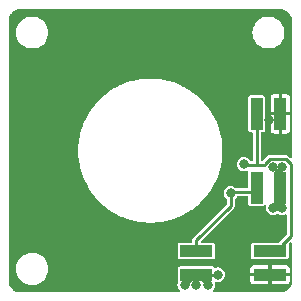
<source format=gbl>
G04 #@! TF.GenerationSoftware,KiCad,Pcbnew,7.0.8-7.0.8~ubuntu23.04.1*
G04 #@! TF.CreationDate,2023-10-20T09:27:14+00:00*
G04 #@! TF.ProjectId,pedalboard-led-ring,70656461-6c62-46f6-9172-642d6c65642d,1.0.0*
G04 #@! TF.SameCoordinates,Original*
G04 #@! TF.FileFunction,Copper,L2,Bot*
G04 #@! TF.FilePolarity,Positive*
%FSLAX46Y46*%
G04 Gerber Fmt 4.6, Leading zero omitted, Abs format (unit mm)*
G04 Created by KiCad (PCBNEW 7.0.8-7.0.8~ubuntu23.04.1) date 2023-10-20 09:27:14*
%MOMM*%
%LPD*%
G01*
G04 APERTURE LIST*
G04 #@! TA.AperFunction,SMDPad,CuDef*
%ADD10R,1.000000X2.750000*%
G04 #@! TD*
G04 #@! TA.AperFunction,SMDPad,CuDef*
%ADD11R,2.750000X1.000000*%
G04 #@! TD*
G04 #@! TA.AperFunction,ViaPad*
%ADD12C,0.800000*%
G04 #@! TD*
G04 #@! TA.AperFunction,Conductor*
%ADD13C,0.250000*%
G04 #@! TD*
G04 APERTURE END LIST*
D10*
X91000000Y-56875000D03*
X91000000Y-63125000D03*
X89000000Y-56875000D03*
X89000000Y-63125000D03*
D11*
X90125000Y-70500000D03*
X83875000Y-70500000D03*
X90125000Y-68500000D03*
X83875000Y-68500000D03*
D12*
X86800000Y-63600000D03*
X74000000Y-52000000D03*
X70071797Y-61196152D03*
X76071797Y-69196152D03*
X90079502Y-57365000D03*
X81196152Y-69928203D03*
X83928203Y-50803848D03*
X72000000Y-66000000D03*
X86000000Y-67940000D03*
X70803848Y-56071797D03*
X88000000Y-54000000D03*
X88260000Y-66020000D03*
X78803848Y-50071797D03*
X90400000Y-61400000D03*
X82900000Y-71400000D03*
X91150000Y-61400000D03*
X91150000Y-64850000D03*
X90400000Y-64850000D03*
X84900000Y-71400000D03*
X85700000Y-70500000D03*
X83900000Y-71400000D03*
X87910000Y-61150000D03*
D13*
X88625000Y-63500000D02*
X86900000Y-63500000D01*
X86800000Y-64680000D02*
X83875000Y-67605000D01*
X86900000Y-63500000D02*
X86800000Y-63600000D01*
X83875000Y-67605000D02*
X83875000Y-68500000D01*
X86800000Y-63600000D02*
X86800000Y-64680000D01*
X91000000Y-64250000D02*
X90400000Y-64850000D01*
X91000000Y-64700000D02*
X91150000Y-64850000D01*
X91100000Y-64900000D02*
X90400000Y-64900000D01*
X83800000Y-70500000D02*
X82900000Y-71400000D01*
X91000000Y-63125000D02*
X91000000Y-61550000D01*
X83875000Y-70500000D02*
X85700000Y-70500000D01*
X83875000Y-70500000D02*
X83875000Y-71375000D01*
X91000000Y-62000000D02*
X90400000Y-61400000D01*
X91000000Y-61550000D02*
X91150000Y-61400000D01*
X84000000Y-70500000D02*
X84900000Y-71400000D01*
X83875000Y-71375000D02*
X83900000Y-71400000D01*
X91000000Y-63125000D02*
X91000000Y-64700000D01*
X91875000Y-61127979D02*
X91875000Y-67250000D01*
X89695000Y-61200000D02*
X89695000Y-61107979D01*
X90107979Y-60695000D02*
X91442021Y-60695000D01*
X91875000Y-67250000D02*
X91125000Y-68000000D01*
X89695000Y-61107979D02*
X90107979Y-60695000D01*
X91442021Y-60695000D02*
X91875000Y-61127979D01*
X87910000Y-61200000D02*
X89695000Y-61200000D01*
X89000000Y-61200000D02*
X89000000Y-56875000D01*
G04 #@! TA.AperFunction,Conductor*
G36*
X91002140Y-48000687D02*
G01*
X91045519Y-48004482D01*
X91173804Y-48017118D01*
X91189710Y-48020012D01*
X91258339Y-48038400D01*
X91353264Y-48067196D01*
X91366359Y-48072207D01*
X91435690Y-48104536D01*
X91438085Y-48105733D01*
X91522989Y-48151115D01*
X91528052Y-48154225D01*
X91595221Y-48201258D01*
X91598233Y-48203543D01*
X91632865Y-48231964D01*
X91671280Y-48263491D01*
X91674877Y-48266751D01*
X91733247Y-48325121D01*
X91736512Y-48328723D01*
X91796455Y-48401765D01*
X91798740Y-48404777D01*
X91845773Y-48471946D01*
X91848883Y-48477009D01*
X91894255Y-48561893D01*
X91895462Y-48564308D01*
X91927791Y-48633639D01*
X91932804Y-48646739D01*
X91949347Y-48701271D01*
X91961601Y-48741669D01*
X91967560Y-48763909D01*
X91979985Y-48810284D01*
X91982881Y-48826201D01*
X91995523Y-48954554D01*
X91999311Y-48997844D01*
X91999500Y-49002161D01*
X91999500Y-60553145D01*
X91980593Y-60611336D01*
X91931093Y-60647300D01*
X91869907Y-60647300D01*
X91830496Y-60623149D01*
X91683762Y-60476414D01*
X91680843Y-60473229D01*
X91654477Y-60441806D01*
X91631839Y-60428736D01*
X91618939Y-60421288D01*
X91615304Y-60418972D01*
X91581705Y-60395446D01*
X91581700Y-60395443D01*
X91580245Y-60395054D01*
X91556369Y-60385164D01*
X91555066Y-60384411D01*
X91514673Y-60377289D01*
X91510457Y-60376354D01*
X91484174Y-60369312D01*
X91470828Y-60365736D01*
X91470827Y-60365736D01*
X91466402Y-60366123D01*
X91429947Y-60369312D01*
X91425647Y-60369500D01*
X90124354Y-60369500D01*
X90120053Y-60369312D01*
X90079173Y-60365736D01*
X90039543Y-60376354D01*
X90035327Y-60377289D01*
X89994935Y-60384411D01*
X89994927Y-60384414D01*
X89993619Y-60385170D01*
X89969765Y-60395051D01*
X89968303Y-60395442D01*
X89968295Y-60395446D01*
X89934695Y-60418972D01*
X89931059Y-60421288D01*
X89922854Y-60426025D01*
X89895524Y-60441805D01*
X89869160Y-60473224D01*
X89866242Y-60476408D01*
X89497148Y-60845503D01*
X89442631Y-60873281D01*
X89427144Y-60874500D01*
X89424500Y-60874500D01*
X89366309Y-60855593D01*
X89330345Y-60806093D01*
X89325500Y-60775500D01*
X89325500Y-58549500D01*
X89344407Y-58491309D01*
X89393907Y-58455345D01*
X89424500Y-58450500D01*
X89519747Y-58450500D01*
X89519748Y-58450500D01*
X89578231Y-58438867D01*
X89644552Y-58394552D01*
X89688867Y-58328231D01*
X89695519Y-58294791D01*
X90200001Y-58294791D01*
X90202909Y-58319874D01*
X90248213Y-58422477D01*
X90327522Y-58501786D01*
X90430127Y-58547090D01*
X90455203Y-58549999D01*
X90849998Y-58549999D01*
X90850000Y-58549998D01*
X91150000Y-58549998D01*
X91150001Y-58549999D01*
X91544790Y-58549999D01*
X91544791Y-58549998D01*
X91569874Y-58547090D01*
X91672477Y-58501786D01*
X91751786Y-58422477D01*
X91797090Y-58319872D01*
X91799999Y-58294797D01*
X91800000Y-58294795D01*
X91800000Y-57025001D01*
X91799999Y-57025000D01*
X91150001Y-57025000D01*
X91150000Y-57025001D01*
X91150000Y-58549998D01*
X90850000Y-58549998D01*
X90850000Y-57025001D01*
X90849999Y-57025000D01*
X90200002Y-57025000D01*
X90200001Y-57025001D01*
X90200001Y-58294791D01*
X89695519Y-58294791D01*
X89700500Y-58269748D01*
X89700500Y-56724999D01*
X90200000Y-56724999D01*
X90200001Y-56725000D01*
X90849999Y-56725000D01*
X90850000Y-56724999D01*
X91150000Y-56724999D01*
X91150001Y-56725000D01*
X91799998Y-56725000D01*
X91799999Y-56724999D01*
X91799999Y-55455210D01*
X91799998Y-55455208D01*
X91797090Y-55430125D01*
X91751786Y-55327522D01*
X91672477Y-55248213D01*
X91569872Y-55202909D01*
X91544797Y-55200000D01*
X91150001Y-55200000D01*
X91150000Y-55200001D01*
X91150000Y-56724999D01*
X90850000Y-56724999D01*
X90850000Y-55200001D01*
X90849999Y-55200000D01*
X90455210Y-55200000D01*
X90455207Y-55200001D01*
X90430125Y-55202909D01*
X90327522Y-55248213D01*
X90248213Y-55327522D01*
X90202909Y-55430127D01*
X90200000Y-55455202D01*
X90200000Y-56724999D01*
X89700500Y-56724999D01*
X89700500Y-55480252D01*
X89688867Y-55421769D01*
X89644552Y-55355448D01*
X89644548Y-55355445D01*
X89578233Y-55311134D01*
X89578231Y-55311133D01*
X89578228Y-55311132D01*
X89578227Y-55311132D01*
X89519758Y-55299501D01*
X89519748Y-55299500D01*
X88480252Y-55299500D01*
X88480251Y-55299500D01*
X88480241Y-55299501D01*
X88421772Y-55311132D01*
X88421766Y-55311134D01*
X88355451Y-55355445D01*
X88355445Y-55355451D01*
X88311134Y-55421766D01*
X88311132Y-55421772D01*
X88299501Y-55480241D01*
X88299500Y-55480253D01*
X88299500Y-58269746D01*
X88299501Y-58269758D01*
X88311132Y-58328227D01*
X88311134Y-58328233D01*
X88355445Y-58394548D01*
X88355448Y-58394552D01*
X88421769Y-58438867D01*
X88466231Y-58447711D01*
X88480241Y-58450498D01*
X88480246Y-58450498D01*
X88480252Y-58450500D01*
X88575500Y-58450500D01*
X88633691Y-58469407D01*
X88669655Y-58518907D01*
X88674500Y-58549500D01*
X88674500Y-60775500D01*
X88655593Y-60833691D01*
X88606093Y-60869655D01*
X88575500Y-60874500D01*
X88504336Y-60874500D01*
X88446145Y-60855593D01*
X88425796Y-60835769D01*
X88338282Y-60721718D01*
X88338277Y-60721714D01*
X88338276Y-60721713D01*
X88212838Y-60625462D01*
X88066766Y-60564957D01*
X88066758Y-60564955D01*
X87910001Y-60544318D01*
X87909999Y-60544318D01*
X87753241Y-60564955D01*
X87753233Y-60564957D01*
X87607161Y-60625462D01*
X87607160Y-60625462D01*
X87481723Y-60721713D01*
X87481713Y-60721723D01*
X87385462Y-60847160D01*
X87385462Y-60847161D01*
X87324957Y-60993233D01*
X87324955Y-60993241D01*
X87304318Y-61149999D01*
X87304318Y-61150000D01*
X87324955Y-61306758D01*
X87324957Y-61306766D01*
X87385462Y-61452838D01*
X87385462Y-61452839D01*
X87465205Y-61556762D01*
X87481718Y-61578282D01*
X87607159Y-61674536D01*
X87607160Y-61674536D01*
X87607161Y-61674537D01*
X87688614Y-61708276D01*
X87753238Y-61735044D01*
X87870809Y-61750522D01*
X87909999Y-61755682D01*
X87910000Y-61755682D01*
X87910001Y-61755682D01*
X87941352Y-61751554D01*
X88066762Y-61735044D01*
X88162616Y-61695339D01*
X88223611Y-61690539D01*
X88275780Y-61722508D01*
X88299195Y-61779036D01*
X88299500Y-61786804D01*
X88299500Y-63075500D01*
X88280593Y-63133691D01*
X88231093Y-63169655D01*
X88200500Y-63174500D01*
X87265514Y-63174500D01*
X87207323Y-63155593D01*
X87205247Y-63154042D01*
X87102838Y-63075462D01*
X86956766Y-63014957D01*
X86956758Y-63014955D01*
X86800001Y-62994318D01*
X86799999Y-62994318D01*
X86643241Y-63014955D01*
X86643233Y-63014957D01*
X86497161Y-63075462D01*
X86497160Y-63075462D01*
X86371723Y-63171713D01*
X86371713Y-63171723D01*
X86275462Y-63297160D01*
X86275462Y-63297161D01*
X86214957Y-63443233D01*
X86214955Y-63443241D01*
X86194318Y-63599999D01*
X86194318Y-63600000D01*
X86214955Y-63756758D01*
X86214957Y-63756766D01*
X86275462Y-63902838D01*
X86275462Y-63902839D01*
X86275464Y-63902841D01*
X86371718Y-64028282D01*
X86398280Y-64048664D01*
X86435767Y-64077428D01*
X86470423Y-64127852D01*
X86474500Y-64155970D01*
X86474500Y-64504165D01*
X86455593Y-64562356D01*
X86445504Y-64574169D01*
X83656413Y-67363259D01*
X83653228Y-67366176D01*
X83621807Y-67392542D01*
X83621806Y-67392544D01*
X83601292Y-67428075D01*
X83598972Y-67431716D01*
X83575446Y-67465316D01*
X83575442Y-67465324D01*
X83575051Y-67466786D01*
X83565170Y-67490640D01*
X83564414Y-67491948D01*
X83564410Y-67491960D01*
X83557287Y-67532349D01*
X83556353Y-67536564D01*
X83545736Y-67576187D01*
X83545736Y-67576193D01*
X83549312Y-67617072D01*
X83549500Y-67621373D01*
X83549500Y-67700500D01*
X83530593Y-67758691D01*
X83481093Y-67794655D01*
X83450500Y-67799500D01*
X82480252Y-67799500D01*
X82480251Y-67799500D01*
X82480241Y-67799501D01*
X82421772Y-67811132D01*
X82421766Y-67811134D01*
X82355451Y-67855445D01*
X82355445Y-67855451D01*
X82311134Y-67921766D01*
X82311132Y-67921772D01*
X82299501Y-67980241D01*
X82299500Y-67980253D01*
X82299500Y-69019746D01*
X82299501Y-69019758D01*
X82311132Y-69078227D01*
X82311133Y-69078231D01*
X82355448Y-69144552D01*
X82421769Y-69188867D01*
X82466231Y-69197711D01*
X82480241Y-69200498D01*
X82480246Y-69200498D01*
X82480252Y-69200500D01*
X82480253Y-69200500D01*
X85269747Y-69200500D01*
X85269748Y-69200500D01*
X85328231Y-69188867D01*
X85394552Y-69144552D01*
X85438867Y-69078231D01*
X85450500Y-69019748D01*
X85450500Y-67980252D01*
X85438867Y-67921769D01*
X85394552Y-67855448D01*
X85348736Y-67824834D01*
X85328233Y-67811134D01*
X85328231Y-67811133D01*
X85328228Y-67811132D01*
X85328227Y-67811132D01*
X85269758Y-67799501D01*
X85269748Y-67799500D01*
X85269747Y-67799500D01*
X84379834Y-67799500D01*
X84321643Y-67780593D01*
X84285679Y-67731093D01*
X84285679Y-67669907D01*
X84309830Y-67630496D01*
X87018583Y-64921742D01*
X87021760Y-64918829D01*
X87053194Y-64892455D01*
X87073714Y-64856911D01*
X87076012Y-64853303D01*
X87099554Y-64819684D01*
X87099942Y-64818236D01*
X87109838Y-64794345D01*
X87110588Y-64793045D01*
X87117709Y-64752656D01*
X87118640Y-64748452D01*
X87129264Y-64708807D01*
X87125687Y-64667922D01*
X87125500Y-64663623D01*
X87125500Y-64155970D01*
X87144407Y-64097779D01*
X87164233Y-64077428D01*
X87228282Y-64028282D01*
X87324536Y-63902841D01*
X87331258Y-63886613D01*
X87370996Y-63840088D01*
X87422722Y-63825500D01*
X88200500Y-63825500D01*
X88258691Y-63844407D01*
X88294655Y-63893907D01*
X88299500Y-63924500D01*
X88299500Y-64519746D01*
X88299501Y-64519758D01*
X88311132Y-64578227D01*
X88311134Y-64578233D01*
X88355445Y-64644548D01*
X88355448Y-64644552D01*
X88421769Y-64688867D01*
X88466231Y-64697711D01*
X88480241Y-64700498D01*
X88480246Y-64700498D01*
X88480252Y-64700500D01*
X88480253Y-64700500D01*
X89519747Y-64700500D01*
X89519748Y-64700500D01*
X89578231Y-64688867D01*
X89644552Y-64644552D01*
X89644552Y-64644551D01*
X89652659Y-64639135D01*
X89653937Y-64641048D01*
X89696454Y-64619379D01*
X89756887Y-64628943D01*
X89800156Y-64672203D01*
X89810105Y-64730080D01*
X89794318Y-64849999D01*
X89794318Y-64850000D01*
X89814955Y-65006758D01*
X89814957Y-65006766D01*
X89875462Y-65152838D01*
X89875462Y-65152839D01*
X89875464Y-65152841D01*
X89971718Y-65278282D01*
X90097159Y-65374536D01*
X90097160Y-65374536D01*
X90097161Y-65374537D01*
X90167021Y-65403474D01*
X90243238Y-65435044D01*
X90360809Y-65450522D01*
X90399999Y-65455682D01*
X90400000Y-65455682D01*
X90400001Y-65455682D01*
X90431352Y-65451554D01*
X90556762Y-65435044D01*
X90702841Y-65374536D01*
X90714731Y-65365411D01*
X90772407Y-65344987D01*
X90831073Y-65362363D01*
X90835258Y-65365404D01*
X90847159Y-65374536D01*
X90847160Y-65374536D01*
X90847161Y-65374537D01*
X90917021Y-65403474D01*
X90993238Y-65435044D01*
X91110809Y-65450522D01*
X91149999Y-65455682D01*
X91150000Y-65455682D01*
X91150001Y-65455682D01*
X91181352Y-65451554D01*
X91306762Y-65435044D01*
X91412615Y-65391197D01*
X91473611Y-65386397D01*
X91525780Y-65418366D01*
X91549195Y-65474894D01*
X91549500Y-65482662D01*
X91549500Y-67074165D01*
X91530593Y-67132356D01*
X91520504Y-67144169D01*
X90894170Y-67770504D01*
X90839653Y-67798281D01*
X90824166Y-67799500D01*
X88730252Y-67799500D01*
X88730251Y-67799500D01*
X88730241Y-67799501D01*
X88671772Y-67811132D01*
X88671766Y-67811134D01*
X88605451Y-67855445D01*
X88605445Y-67855451D01*
X88561134Y-67921766D01*
X88561132Y-67921772D01*
X88549501Y-67980241D01*
X88549500Y-67980253D01*
X88549500Y-69019746D01*
X88549501Y-69019758D01*
X88561132Y-69078227D01*
X88561133Y-69078231D01*
X88605448Y-69144552D01*
X88671769Y-69188867D01*
X88716231Y-69197711D01*
X88730241Y-69200498D01*
X88730246Y-69200498D01*
X88730252Y-69200500D01*
X88730253Y-69200500D01*
X91519747Y-69200500D01*
X91519748Y-69200500D01*
X91578231Y-69188867D01*
X91644552Y-69144552D01*
X91688867Y-69078231D01*
X91700500Y-69019748D01*
X91700500Y-67980252D01*
X91694992Y-67952559D01*
X91702182Y-67891798D01*
X91722086Y-67863240D01*
X91830497Y-67754830D01*
X91885013Y-67727053D01*
X91945445Y-67736625D01*
X91988710Y-67779889D01*
X91999500Y-67824834D01*
X91999500Y-70997838D01*
X91999311Y-71002155D01*
X91997623Y-71021448D01*
X91978058Y-71067536D01*
X91987060Y-71083017D01*
X91988810Y-71113603D01*
X91982881Y-71173797D01*
X91979985Y-71189713D01*
X91964881Y-71246088D01*
X91961613Y-71258290D01*
X91961602Y-71258330D01*
X91932804Y-71353259D01*
X91927791Y-71366359D01*
X91895462Y-71435690D01*
X91894255Y-71438105D01*
X91848883Y-71522989D01*
X91845773Y-71528052D01*
X91798740Y-71595221D01*
X91796455Y-71598233D01*
X91736512Y-71671275D01*
X91733247Y-71674877D01*
X91674877Y-71733247D01*
X91671275Y-71736512D01*
X91598233Y-71796455D01*
X91595221Y-71798740D01*
X91528052Y-71845773D01*
X91522989Y-71848883D01*
X91438105Y-71894255D01*
X91435690Y-71895462D01*
X91366359Y-71927791D01*
X91353259Y-71932804D01*
X91277827Y-71955687D01*
X91258325Y-71961602D01*
X91251144Y-71963526D01*
X91189713Y-71979985D01*
X91173797Y-71982881D01*
X91045446Y-71995523D01*
X91002155Y-71999311D01*
X90997838Y-71999500D01*
X85396071Y-71999500D01*
X85337880Y-71980593D01*
X85301916Y-71931093D01*
X85301916Y-71869907D01*
X85326067Y-71830496D01*
X85328273Y-71828288D01*
X85328282Y-71828282D01*
X85424536Y-71702841D01*
X85485044Y-71556762D01*
X85505682Y-71400000D01*
X85485044Y-71243238D01*
X85478001Y-71226236D01*
X85473200Y-71165243D01*
X85505168Y-71113073D01*
X85561695Y-71089656D01*
X85582387Y-71090198D01*
X85699999Y-71105682D01*
X85700000Y-71105682D01*
X85700001Y-71105682D01*
X85752927Y-71098714D01*
X85856762Y-71085044D01*
X85953941Y-71044791D01*
X88450001Y-71044791D01*
X88452909Y-71069874D01*
X88498213Y-71172477D01*
X88577522Y-71251786D01*
X88680127Y-71297090D01*
X88705203Y-71299999D01*
X89974998Y-71299999D01*
X89975000Y-71299998D01*
X90275000Y-71299998D01*
X90275001Y-71299999D01*
X91544790Y-71299999D01*
X91544791Y-71299998D01*
X91569874Y-71297090D01*
X91672477Y-71251786D01*
X91751787Y-71172476D01*
X91799722Y-71063912D01*
X91810751Y-71051586D01*
X91800000Y-71012817D01*
X91800000Y-70650001D01*
X91799999Y-70650000D01*
X90275001Y-70650000D01*
X90275000Y-70650001D01*
X90275000Y-71299998D01*
X89975000Y-71299998D01*
X89975000Y-70650001D01*
X89974999Y-70650000D01*
X88450002Y-70650000D01*
X88450001Y-70650001D01*
X88450001Y-71044791D01*
X85953941Y-71044791D01*
X86002841Y-71024536D01*
X86128282Y-70928282D01*
X86224536Y-70802841D01*
X86285044Y-70656762D01*
X86305682Y-70500000D01*
X86285934Y-70349999D01*
X88450000Y-70349999D01*
X88450001Y-70350000D01*
X89974999Y-70350000D01*
X89975000Y-70349999D01*
X90275000Y-70349999D01*
X90275001Y-70350000D01*
X91799998Y-70350000D01*
X91799999Y-70349999D01*
X91799999Y-69955210D01*
X91799998Y-69955208D01*
X91797090Y-69930125D01*
X91751786Y-69827522D01*
X91672477Y-69748213D01*
X91569872Y-69702909D01*
X91544797Y-69700000D01*
X90275001Y-69700000D01*
X90275000Y-69700001D01*
X90275000Y-70349999D01*
X89975000Y-70349999D01*
X89975000Y-69700001D01*
X89974999Y-69700000D01*
X88705210Y-69700000D01*
X88705208Y-69700001D01*
X88680125Y-69702909D01*
X88577522Y-69748213D01*
X88498213Y-69827522D01*
X88452909Y-69930127D01*
X88450000Y-69955202D01*
X88450000Y-70349999D01*
X86285934Y-70349999D01*
X86285044Y-70343238D01*
X86224537Y-70197161D01*
X86224537Y-70197160D01*
X86128286Y-70071723D01*
X86128285Y-70071722D01*
X86128282Y-70071718D01*
X86128277Y-70071714D01*
X86128276Y-70071713D01*
X86034817Y-70000000D01*
X86002841Y-69975464D01*
X86002840Y-69975463D01*
X86002838Y-69975462D01*
X85856766Y-69914957D01*
X85856758Y-69914955D01*
X85700001Y-69894318D01*
X85699999Y-69894318D01*
X85543238Y-69914955D01*
X85543238Y-69914956D01*
X85532984Y-69919203D01*
X85471987Y-69924001D01*
X85419820Y-69892029D01*
X85412788Y-69882740D01*
X85394552Y-69855448D01*
X85394548Y-69855445D01*
X85328233Y-69811134D01*
X85328231Y-69811133D01*
X85328228Y-69811132D01*
X85328227Y-69811132D01*
X85269758Y-69799501D01*
X85269748Y-69799500D01*
X82480252Y-69799500D01*
X82480251Y-69799500D01*
X82480241Y-69799501D01*
X82421772Y-69811132D01*
X82421766Y-69811134D01*
X82355451Y-69855445D01*
X82355445Y-69855451D01*
X82311134Y-69921766D01*
X82311132Y-69921772D01*
X82299501Y-69980241D01*
X82299500Y-69980253D01*
X82299500Y-71019746D01*
X82299501Y-71019758D01*
X82311132Y-71078227D01*
X82311134Y-71078233D01*
X82326286Y-71100909D01*
X82342895Y-71159797D01*
X82335436Y-71193791D01*
X82314957Y-71243236D01*
X82314955Y-71243241D01*
X82294318Y-71399999D01*
X82294318Y-71400000D01*
X82314955Y-71556758D01*
X82314957Y-71556766D01*
X82375462Y-71702838D01*
X82375462Y-71702839D01*
X82471713Y-71828276D01*
X82471718Y-71828282D01*
X82471722Y-71828285D01*
X82473933Y-71830496D01*
X82474953Y-71832498D01*
X82475668Y-71833430D01*
X82475495Y-71833562D01*
X82501710Y-71885013D01*
X82492139Y-71945445D01*
X82448874Y-71988710D01*
X82403929Y-71999500D01*
X69002162Y-71999500D01*
X68997845Y-71999311D01*
X68954554Y-71995523D01*
X68826201Y-71982881D01*
X68810284Y-71979985D01*
X68763909Y-71967560D01*
X68741669Y-71961601D01*
X68701271Y-71949347D01*
X68646739Y-71932804D01*
X68633639Y-71927791D01*
X68564308Y-71895462D01*
X68561893Y-71894255D01*
X68477009Y-71848883D01*
X68471946Y-71845773D01*
X68404777Y-71798740D01*
X68401765Y-71796455D01*
X68328723Y-71736512D01*
X68325121Y-71733247D01*
X68266751Y-71674877D01*
X68263486Y-71671275D01*
X68203543Y-71598233D01*
X68201258Y-71595221D01*
X68174328Y-71556762D01*
X68154222Y-71528048D01*
X68151115Y-71522989D01*
X68105733Y-71438085D01*
X68104536Y-71435690D01*
X68072207Y-71366359D01*
X68067194Y-71353259D01*
X68038398Y-71258330D01*
X68020012Y-71189710D01*
X68017118Y-71173804D01*
X68004482Y-71045519D01*
X68000687Y-71002140D01*
X68000500Y-70997840D01*
X68000500Y-70000004D01*
X68644341Y-70000004D01*
X68664935Y-70235400D01*
X68726098Y-70463667D01*
X68825959Y-70677818D01*
X68825963Y-70677826D01*
X68913497Y-70802839D01*
X68961505Y-70871401D01*
X69128599Y-71038495D01*
X69128602Y-71038497D01*
X69128603Y-71038498D01*
X69138522Y-71045443D01*
X69322171Y-71174035D01*
X69322172Y-71174035D01*
X69322173Y-71174036D01*
X69322181Y-71174040D01*
X69536333Y-71273901D01*
X69536337Y-71273903D01*
X69764592Y-71335063D01*
X69764596Y-71335063D01*
X69764599Y-71335064D01*
X69941028Y-71350500D01*
X69941034Y-71350500D01*
X70058972Y-71350500D01*
X70235400Y-71335064D01*
X70235401Y-71335063D01*
X70235408Y-71335063D01*
X70463663Y-71273903D01*
X70677829Y-71174035D01*
X70871401Y-71038495D01*
X71038495Y-70871401D01*
X71174035Y-70677830D01*
X71273903Y-70463663D01*
X71335063Y-70235408D01*
X71335064Y-70235400D01*
X71355659Y-70000004D01*
X71355659Y-69999995D01*
X71335064Y-69764599D01*
X71335063Y-69764596D01*
X71335063Y-69764592D01*
X71273903Y-69536337D01*
X71174035Y-69322171D01*
X71049667Y-69144554D01*
X71038498Y-69128603D01*
X71038497Y-69128602D01*
X71038495Y-69128599D01*
X70871401Y-68961505D01*
X70871397Y-68961502D01*
X70871396Y-68961501D01*
X70677826Y-68825963D01*
X70677818Y-68825959D01*
X70463666Y-68726098D01*
X70463667Y-68726098D01*
X70387578Y-68705710D01*
X70235408Y-68664937D01*
X70235407Y-68664936D01*
X70235400Y-68664935D01*
X70058972Y-68649500D01*
X70058966Y-68649500D01*
X69941034Y-68649500D01*
X69941028Y-68649500D01*
X69764599Y-68664935D01*
X69536332Y-68726098D01*
X69322181Y-68825959D01*
X69322173Y-68825963D01*
X69128603Y-68961501D01*
X68961501Y-69128603D01*
X68825964Y-69322171D01*
X68726097Y-69536337D01*
X68664935Y-69764599D01*
X68644341Y-69999995D01*
X68644341Y-70000004D01*
X68000500Y-70000004D01*
X68000500Y-60000000D01*
X73894548Y-60000000D01*
X73901815Y-60180342D01*
X73902474Y-60196682D01*
X73902474Y-60245717D01*
X73906420Y-60294603D01*
X73914346Y-60491285D01*
X73914346Y-60491291D01*
X73914347Y-60491296D01*
X73938070Y-60686674D01*
X73942019Y-60735580D01*
X73942019Y-60735581D01*
X73949887Y-60783992D01*
X73973611Y-60979379D01*
X74012985Y-61172247D01*
X74020851Y-61220647D01*
X74032587Y-61268263D01*
X74040446Y-61306758D01*
X74071959Y-61461122D01*
X74071962Y-61461134D01*
X74126726Y-61650203D01*
X74138462Y-61697816D01*
X74153990Y-61744329D01*
X74177513Y-61825539D01*
X74208756Y-61933401D01*
X74208759Y-61933410D01*
X74208760Y-61933412D01*
X74278549Y-62117432D01*
X74294087Y-62163970D01*
X74294087Y-62163971D01*
X74313317Y-62209105D01*
X74383106Y-62393124D01*
X74383110Y-62393133D01*
X74432892Y-62498047D01*
X74467486Y-62570953D01*
X74486717Y-62616088D01*
X74509513Y-62659523D01*
X74593892Y-62837347D01*
X74692298Y-63007792D01*
X74715104Y-63051244D01*
X74741325Y-63092710D01*
X74811630Y-63214480D01*
X74839733Y-63263155D01*
X74839736Y-63263159D01*
X74839737Y-63263161D01*
X74951538Y-63425132D01*
X74977767Y-63466610D01*
X75007230Y-63505817D01*
X75119041Y-63667803D01*
X75191674Y-63756762D01*
X75243523Y-63820266D01*
X75272992Y-63859482D01*
X75292162Y-63881120D01*
X75305518Y-63896197D01*
X75430001Y-64048661D01*
X75566359Y-64190625D01*
X75598877Y-64227330D01*
X75634250Y-64261307D01*
X75770602Y-64403264D01*
X75917921Y-64533778D01*
X75953310Y-64567769D01*
X75991304Y-64598789D01*
X76069358Y-64667939D01*
X76138634Y-64729313D01*
X76138634Y-64729312D01*
X76295981Y-64847551D01*
X76307462Y-64856925D01*
X76333985Y-64878580D01*
X76354086Y-64892455D01*
X76374358Y-64906447D01*
X76390826Y-64918822D01*
X76531704Y-65024686D01*
X76698058Y-65129882D01*
X76738435Y-65157752D01*
X76780916Y-65182278D01*
X76947274Y-65287477D01*
X77121564Y-65378951D01*
X77164038Y-65403474D01*
X77208356Y-65424503D01*
X77228436Y-65435042D01*
X77382632Y-65515970D01*
X77382631Y-65515970D01*
X77382637Y-65515972D01*
X77382638Y-65515973D01*
X77563717Y-65593123D01*
X77608033Y-65614152D01*
X77653903Y-65631548D01*
X77834977Y-65708697D01*
X77834981Y-65708698D01*
X77834982Y-65708699D01*
X77892391Y-65727864D01*
X78021697Y-65771033D01*
X78067541Y-65788420D01*
X78080332Y-65792125D01*
X78114653Y-65802067D01*
X78301349Y-65864395D01*
X78301350Y-65864395D01*
X78301353Y-65864395D01*
X78301357Y-65864397D01*
X78492471Y-65911502D01*
X78519988Y-65919473D01*
X78539584Y-65925150D01*
X78561493Y-65929622D01*
X78587649Y-65934962D01*
X78778753Y-65982065D01*
X78778755Y-65982065D01*
X78778758Y-65982066D01*
X78778757Y-65982066D01*
X78817338Y-65988335D01*
X78973054Y-66013641D01*
X79021094Y-66023450D01*
X79069777Y-66029360D01*
X79189161Y-66048762D01*
X79264071Y-66060937D01*
X79315638Y-66065099D01*
X79460270Y-66076775D01*
X79508955Y-66082687D01*
X79557952Y-66084660D01*
X79754158Y-66100500D01*
X79754163Y-66100500D01*
X79950967Y-66100500D01*
X80000000Y-66102476D01*
X80049033Y-66100500D01*
X80245837Y-66100500D01*
X80245842Y-66100500D01*
X80442050Y-66084660D01*
X80491045Y-66082687D01*
X80539732Y-66076774D01*
X80683022Y-66065207D01*
X80735929Y-66060937D01*
X80819819Y-66047302D01*
X80930212Y-66029362D01*
X80978906Y-66023450D01*
X81026959Y-66013639D01*
X81221247Y-65982065D01*
X81412360Y-65934959D01*
X81441483Y-65929014D01*
X81460416Y-65925150D01*
X81475649Y-65920737D01*
X81507515Y-65911505D01*
X81698643Y-65864397D01*
X81698646Y-65864395D01*
X81698650Y-65864395D01*
X81698651Y-65864395D01*
X81763570Y-65842721D01*
X81885369Y-65802058D01*
X81895469Y-65799134D01*
X81932448Y-65788424D01*
X81932459Y-65788420D01*
X81978308Y-65771031D01*
X82107444Y-65727919D01*
X82165018Y-65708699D01*
X82165018Y-65708698D01*
X82165023Y-65708697D01*
X82346113Y-65631541D01*
X82381359Y-65618174D01*
X82391968Y-65614152D01*
X82407583Y-65606742D01*
X82436278Y-65593125D01*
X82617362Y-65515973D01*
X82617362Y-65515972D01*
X82617369Y-65515970D01*
X82617368Y-65515970D01*
X82791657Y-65424496D01*
X82835962Y-65403474D01*
X82878424Y-65378957D01*
X83052726Y-65287477D01*
X83219100Y-65182267D01*
X83261565Y-65157752D01*
X83301942Y-65129882D01*
X83468301Y-65024682D01*
X83511665Y-64992095D01*
X83625653Y-64906438D01*
X83666015Y-64878580D01*
X83666014Y-64878580D01*
X83666018Y-64878578D01*
X83682894Y-64864798D01*
X83704002Y-64847562D01*
X83861365Y-64729313D01*
X83861366Y-64729312D01*
X83861366Y-64729313D01*
X83907021Y-64688865D01*
X84008698Y-64598786D01*
X84035563Y-64576854D01*
X84046686Y-64567773D01*
X84046685Y-64567773D01*
X84046690Y-64567769D01*
X84082053Y-64533800D01*
X84229395Y-64403267D01*
X84229397Y-64403265D01*
X84229398Y-64403265D01*
X84322042Y-64306810D01*
X84365755Y-64261300D01*
X84394500Y-64233692D01*
X84401118Y-64227336D01*
X84411053Y-64216120D01*
X84433625Y-64190640D01*
X84569996Y-64048664D01*
X84569995Y-64048664D01*
X84569999Y-64048661D01*
X84671373Y-63924500D01*
X84694484Y-63896192D01*
X84727009Y-63859481D01*
X84727009Y-63859482D01*
X84738336Y-63844407D01*
X84756470Y-63820273D01*
X84880959Y-63667803D01*
X84992771Y-63505813D01*
X85022239Y-63466601D01*
X85048462Y-63425132D01*
X85117780Y-63324707D01*
X85160269Y-63263153D01*
X85189939Y-63211760D01*
X85258681Y-63092696D01*
X85275394Y-63066268D01*
X85284901Y-63051236D01*
X85307701Y-63007792D01*
X85315480Y-62994318D01*
X85406109Y-62837345D01*
X85407422Y-62834579D01*
X85414887Y-62818844D01*
X85490498Y-62659498D01*
X85513284Y-62616086D01*
X85513286Y-62616082D01*
X85513286Y-62616083D01*
X85532513Y-62570953D01*
X85616890Y-62393133D01*
X85686689Y-62209087D01*
X85705914Y-62163968D01*
X85721438Y-62117461D01*
X85768850Y-61992450D01*
X85791245Y-61933401D01*
X85808802Y-61872780D01*
X85846013Y-61744313D01*
X85861538Y-61697815D01*
X85873266Y-61650227D01*
X85928039Y-61461130D01*
X85928039Y-61461126D01*
X85928041Y-61461122D01*
X85928041Y-61461123D01*
X85939179Y-61406558D01*
X85967415Y-61268250D01*
X85979148Y-61220652D01*
X85987013Y-61172253D01*
X86026388Y-60979383D01*
X86050115Y-60783969D01*
X86057982Y-60735572D01*
X86061929Y-60686674D01*
X86085654Y-60491285D01*
X86093580Y-60294602D01*
X86097526Y-60245722D01*
X86098183Y-60180358D01*
X86105452Y-60000000D01*
X86098183Y-59819643D01*
X86097526Y-59754277D01*
X86097205Y-59750313D01*
X86093580Y-59705395D01*
X86085654Y-59508715D01*
X86061928Y-59313317D01*
X86057983Y-59264430D01*
X86053737Y-59238313D01*
X86050113Y-59216009D01*
X86026388Y-59020617D01*
X85987012Y-58827740D01*
X85979148Y-58779350D01*
X85967416Y-58731753D01*
X85930311Y-58549998D01*
X85928041Y-58538877D01*
X85928041Y-58538878D01*
X85928040Y-58538877D01*
X85922256Y-58518907D01*
X85873272Y-58349795D01*
X85861537Y-58302184D01*
X85861536Y-58302178D01*
X85861536Y-58302177D01*
X85846009Y-58255670D01*
X85791245Y-58066599D01*
X85721449Y-57882566D01*
X85705916Y-57836037D01*
X85705916Y-57836036D01*
X85701033Y-57824577D01*
X85686689Y-57790911D01*
X85642475Y-57674329D01*
X85616894Y-57606875D01*
X85616893Y-57606875D01*
X85616890Y-57606867D01*
X85532513Y-57429046D01*
X85513281Y-57383907D01*
X85513281Y-57383908D01*
X85490486Y-57340476D01*
X85406109Y-57162655D01*
X85307701Y-56992207D01*
X85284899Y-56948762D01*
X85258673Y-56907289D01*
X85160267Y-56736845D01*
X85048462Y-56574867D01*
X85030831Y-56546986D01*
X85022244Y-56533406D01*
X85022236Y-56533396D01*
X84992765Y-56494176D01*
X84880961Y-56332200D01*
X84756476Y-56179733D01*
X84727008Y-56140518D01*
X84706455Y-56117319D01*
X84694481Y-56103802D01*
X84569999Y-55951339D01*
X84433640Y-55809374D01*
X84401123Y-55772670D01*
X84401120Y-55772667D01*
X84365751Y-55738694D01*
X84365750Y-55738693D01*
X84229398Y-55596736D01*
X84082075Y-55466219D01*
X84046690Y-55432231D01*
X84008678Y-55401194D01*
X83924452Y-55326578D01*
X83861366Y-55270687D01*
X83861366Y-55270688D01*
X83861365Y-55270687D01*
X83767298Y-55200000D01*
X83704018Y-55152448D01*
X83666021Y-55121425D01*
X83666015Y-55121420D01*
X83625637Y-55093549D01*
X83468289Y-54975310D01*
X83468290Y-54975310D01*
X83301940Y-54870117D01*
X83261570Y-54842251D01*
X83219079Y-54817718D01*
X83118190Y-54753920D01*
X83052726Y-54712523D01*
X83052722Y-54712520D01*
X83052719Y-54712519D01*
X83052718Y-54712518D01*
X82878445Y-54621053D01*
X82862263Y-54611710D01*
X82835962Y-54596526D01*
X82835952Y-54596521D01*
X82835950Y-54596520D01*
X82791641Y-54575495D01*
X82617369Y-54484030D01*
X82617368Y-54484030D01*
X82617362Y-54484027D01*
X82436285Y-54406877D01*
X82417574Y-54397999D01*
X82391968Y-54385848D01*
X82391969Y-54385849D01*
X82391967Y-54385848D01*
X82346096Y-54368451D01*
X82308582Y-54352468D01*
X82165023Y-54291303D01*
X82165017Y-54291301D01*
X82165010Y-54291298D01*
X82165011Y-54291298D01*
X81978315Y-54228971D01*
X81932466Y-54211582D01*
X81932467Y-54211582D01*
X81885347Y-54197933D01*
X81698647Y-54135604D01*
X81507540Y-54088500D01*
X81460422Y-54074852D01*
X81460420Y-54074851D01*
X81460418Y-54074851D01*
X81412351Y-54065038D01*
X81360157Y-54052173D01*
X81221247Y-54017935D01*
X81221244Y-54017934D01*
X81221243Y-54017934D01*
X81026965Y-53986361D01*
X80978902Y-53976549D01*
X80930210Y-53970637D01*
X80735926Y-53939063D01*
X80539745Y-53923226D01*
X80491056Y-53917314D01*
X80491051Y-53917313D01*
X80491045Y-53917313D01*
X80469087Y-53916428D01*
X80442027Y-53915337D01*
X80328818Y-53906198D01*
X80245842Y-53899500D01*
X80049010Y-53899500D01*
X80000000Y-53897525D01*
X79950990Y-53899500D01*
X79754158Y-53899500D01*
X79680491Y-53905447D01*
X79557972Y-53915337D01*
X79531067Y-53916421D01*
X79508955Y-53917313D01*
X79508947Y-53917313D01*
X79508945Y-53917314D01*
X79508946Y-53917314D01*
X79460254Y-53923226D01*
X79264074Y-53939063D01*
X79069789Y-53970637D01*
X79021100Y-53976549D01*
X79021096Y-53976549D01*
X79021094Y-53976550D01*
X79005795Y-53979673D01*
X78973034Y-53986361D01*
X78778757Y-54017934D01*
X78778755Y-54017934D01*
X78778753Y-54017935D01*
X78755092Y-54023767D01*
X78587648Y-54065038D01*
X78558058Y-54071078D01*
X78539582Y-54074851D01*
X78539579Y-54074851D01*
X78539578Y-54074852D01*
X78492459Y-54088500D01*
X78301353Y-54135604D01*
X78114652Y-54197933D01*
X78067538Y-54211581D01*
X78021683Y-54228971D01*
X77834978Y-54291302D01*
X77834979Y-54291302D01*
X77653897Y-54368454D01*
X77608036Y-54385847D01*
X77608035Y-54385847D01*
X77563714Y-54406877D01*
X77461031Y-54450626D01*
X77382638Y-54484027D01*
X77382632Y-54484030D01*
X77382631Y-54484030D01*
X77208358Y-54575494D01*
X77164032Y-54596529D01*
X77164031Y-54596530D01*
X77121555Y-54621053D01*
X77029106Y-54669574D01*
X76947274Y-54712523D01*
X76947272Y-54712524D01*
X76780921Y-54817718D01*
X76738440Y-54842245D01*
X76738441Y-54842244D01*
X76698058Y-54870117D01*
X76531710Y-54975310D01*
X76531711Y-54975310D01*
X76374362Y-55093549D01*
X76333978Y-55121425D01*
X76333979Y-55121425D01*
X76295981Y-55152448D01*
X76138634Y-55270687D01*
X75991317Y-55401199D01*
X75953313Y-55432228D01*
X75917924Y-55466219D01*
X75770602Y-55596736D01*
X75634249Y-55738694D01*
X75598882Y-55772664D01*
X75566359Y-55809374D01*
X75502110Y-55876264D01*
X75430004Y-55951336D01*
X75429996Y-55951346D01*
X75429995Y-55951346D01*
X75305518Y-56103802D01*
X75272993Y-56140516D01*
X75243523Y-56179733D01*
X75162084Y-56279477D01*
X75119041Y-56332197D01*
X75116573Y-56335773D01*
X75007235Y-56494176D01*
X74977761Y-56533399D01*
X74977757Y-56533406D01*
X74951538Y-56574867D01*
X74839733Y-56736845D01*
X74788421Y-56825718D01*
X74741326Y-56907289D01*
X74715101Y-56948762D01*
X74692298Y-56992207D01*
X74593892Y-57162653D01*
X74509513Y-57340476D01*
X74495127Y-57367886D01*
X74486716Y-57383914D01*
X74486715Y-57383917D01*
X74467486Y-57429046D01*
X74383110Y-57606865D01*
X74313317Y-57790894D01*
X74313317Y-57790895D01*
X74294086Y-57836032D01*
X74286726Y-57858076D01*
X74278550Y-57882566D01*
X74208758Y-58066593D01*
X74208758Y-58066592D01*
X74153990Y-58255670D01*
X74138462Y-58302184D01*
X74126726Y-58349796D01*
X74077743Y-58518907D01*
X74071961Y-58538870D01*
X74071670Y-58540294D01*
X74032587Y-58731736D01*
X74020852Y-58779348D01*
X74020851Y-58779355D01*
X74020851Y-58779354D01*
X74012985Y-58827752D01*
X73973611Y-59020621D01*
X73949887Y-59216006D01*
X73942019Y-59264421D01*
X73938070Y-59313325D01*
X73914347Y-59508705D01*
X73914346Y-59508715D01*
X73914327Y-59509194D01*
X73906420Y-59705395D01*
X73902475Y-59754277D01*
X73902474Y-59754284D01*
X73902474Y-59803317D01*
X73894548Y-60000000D01*
X68000500Y-60000000D01*
X68000500Y-50000004D01*
X68644341Y-50000004D01*
X68664935Y-50235400D01*
X68726098Y-50463667D01*
X68825959Y-50677818D01*
X68825963Y-50677826D01*
X68825964Y-50677828D01*
X68825965Y-50677829D01*
X68961505Y-50871401D01*
X69128599Y-51038495D01*
X69322171Y-51174035D01*
X69322172Y-51174035D01*
X69322173Y-51174036D01*
X69322181Y-51174040D01*
X69536333Y-51273901D01*
X69536337Y-51273903D01*
X69764592Y-51335063D01*
X69764596Y-51335063D01*
X69764599Y-51335064D01*
X69941028Y-51350500D01*
X69941034Y-51350500D01*
X70058972Y-51350500D01*
X70235400Y-51335064D01*
X70235401Y-51335063D01*
X70235408Y-51335063D01*
X70463663Y-51273903D01*
X70677829Y-51174035D01*
X70871401Y-51038495D01*
X71038495Y-50871401D01*
X71174035Y-50677830D01*
X71273903Y-50463663D01*
X71335063Y-50235408D01*
X71355659Y-50000004D01*
X88644341Y-50000004D01*
X88664935Y-50235400D01*
X88726098Y-50463667D01*
X88825959Y-50677818D01*
X88825963Y-50677826D01*
X88825964Y-50677828D01*
X88825965Y-50677829D01*
X88961505Y-50871401D01*
X89128599Y-51038495D01*
X89322171Y-51174035D01*
X89322172Y-51174035D01*
X89322173Y-51174036D01*
X89322181Y-51174040D01*
X89536333Y-51273901D01*
X89536337Y-51273903D01*
X89764592Y-51335063D01*
X89764596Y-51335063D01*
X89764599Y-51335064D01*
X89941028Y-51350500D01*
X89941034Y-51350500D01*
X90058972Y-51350500D01*
X90235400Y-51335064D01*
X90235401Y-51335063D01*
X90235408Y-51335063D01*
X90463663Y-51273903D01*
X90677829Y-51174035D01*
X90871401Y-51038495D01*
X91038495Y-50871401D01*
X91174035Y-50677830D01*
X91273903Y-50463663D01*
X91335063Y-50235408D01*
X91355659Y-50000000D01*
X91335063Y-49764592D01*
X91273903Y-49536337D01*
X91174035Y-49322171D01*
X91038495Y-49128599D01*
X90871401Y-48961505D01*
X90871397Y-48961502D01*
X90871396Y-48961501D01*
X90677826Y-48825963D01*
X90677818Y-48825959D01*
X90463666Y-48726098D01*
X90463667Y-48726098D01*
X90371010Y-48701271D01*
X90235408Y-48664937D01*
X90235407Y-48664936D01*
X90235400Y-48664935D01*
X90058972Y-48649500D01*
X90058966Y-48649500D01*
X89941034Y-48649500D01*
X89941028Y-48649500D01*
X89764599Y-48664935D01*
X89536332Y-48726098D01*
X89322181Y-48825959D01*
X89322173Y-48825963D01*
X89128603Y-48961501D01*
X88961501Y-49128603D01*
X88825964Y-49322171D01*
X88726097Y-49536337D01*
X88664935Y-49764599D01*
X88644341Y-49999995D01*
X88644341Y-50000004D01*
X71355659Y-50000004D01*
X71355659Y-50000000D01*
X71335063Y-49764592D01*
X71273903Y-49536337D01*
X71174035Y-49322171D01*
X71038495Y-49128599D01*
X70871401Y-48961505D01*
X70871397Y-48961502D01*
X70871396Y-48961501D01*
X70677826Y-48825963D01*
X70677818Y-48825959D01*
X70463666Y-48726098D01*
X70463667Y-48726098D01*
X70371010Y-48701271D01*
X70235408Y-48664937D01*
X70235407Y-48664936D01*
X70235400Y-48664935D01*
X70058972Y-48649500D01*
X70058966Y-48649500D01*
X69941034Y-48649500D01*
X69941028Y-48649500D01*
X69764599Y-48664935D01*
X69536332Y-48726098D01*
X69322181Y-48825959D01*
X69322173Y-48825963D01*
X69128603Y-48961501D01*
X68961501Y-49128603D01*
X68825964Y-49322171D01*
X68726097Y-49536337D01*
X68664935Y-49764599D01*
X68644341Y-49999995D01*
X68644341Y-50000004D01*
X68000500Y-50000004D01*
X68000500Y-49002158D01*
X68000687Y-48997861D01*
X68004476Y-48954544D01*
X68017118Y-48826191D01*
X68020011Y-48810293D01*
X68038406Y-48741641D01*
X68067197Y-48646730D01*
X68072207Y-48633639D01*
X68099292Y-48575555D01*
X68104551Y-48564276D01*
X68105718Y-48561943D01*
X68151123Y-48476994D01*
X68154212Y-48471965D01*
X68201271Y-48404759D01*
X68203528Y-48401784D01*
X68263508Y-48328698D01*
X68266741Y-48325131D01*
X68325131Y-48266741D01*
X68328698Y-48263508D01*
X68401784Y-48203528D01*
X68404759Y-48201271D01*
X68471965Y-48154212D01*
X68476994Y-48151123D01*
X68561943Y-48105718D01*
X68564276Y-48104551D01*
X68633641Y-48072205D01*
X68646730Y-48067197D01*
X68741641Y-48038406D01*
X68810293Y-48020011D01*
X68826191Y-48017118D01*
X68954542Y-48004477D01*
X68997860Y-48000687D01*
X69002159Y-48000500D01*
X90997840Y-48000500D01*
X91002140Y-48000687D01*
G37*
G04 #@! TD.AperFunction*
M02*

</source>
